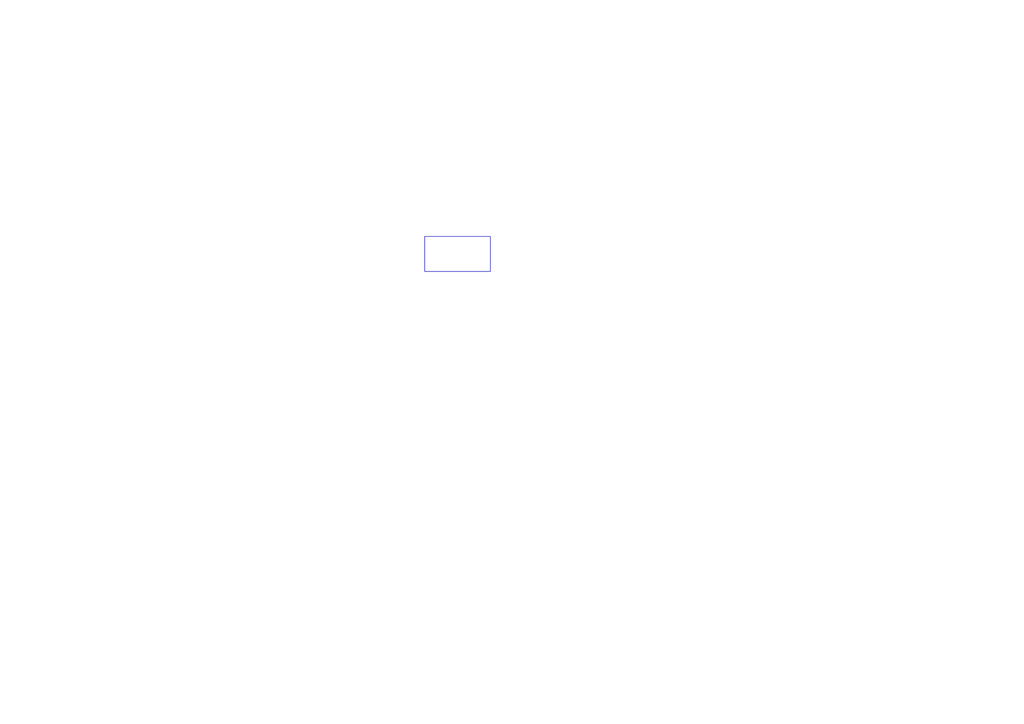
<source format=kicad_sch>
(kicad_sch (version 20230121) (generator eeschema)
  (paper "A4")
  (lib_symbols)
  (rectangle (start 123.19 68.58) (end 142.24 78.74))
)
</source>
